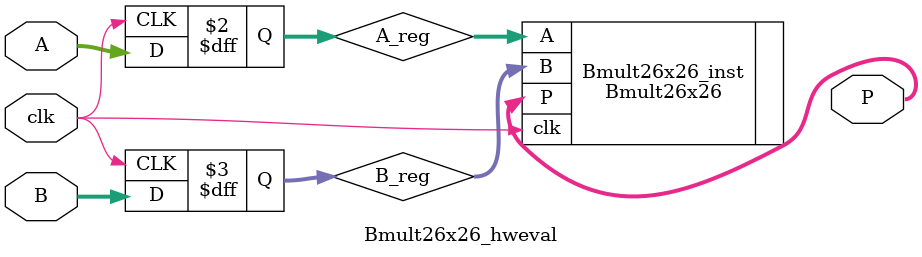
<source format=sv>
`timescale 1ns / 1ps

module Bmult26x26_hweval (
    input  logic          clk,
    input  logic [25 : 0] A,
    input  logic [25 : 0] B,
    output logic [51 : 0] P
    );

    logic [25 : 0] A_reg;
    logic [25 : 0] B_reg;

    always_ff @(posedge clk) begin
        A_reg <= A;
        B_reg <= B;
    end

    Bmult26x26 Bmult26x26_inst (
        .clk(clk  ),
        .A  (A_reg),
        .B  (B_reg),
        .P  (P    ));

endmodule
</source>
